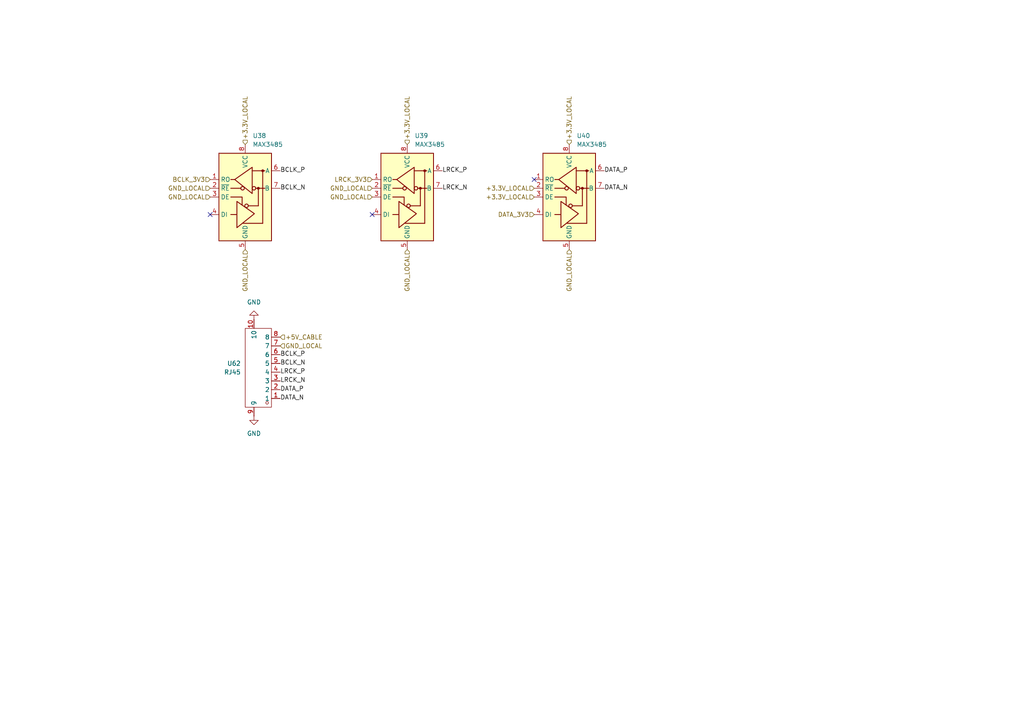
<source format=kicad_sch>
(kicad_sch (version 20250114) (generator "eeschema") (generator_version "9.0")
  (paper "A4")
  (lib_symbols
    (symbol "Connector:HC-RJ45-055-4"
      (property "Reference" "U" (at 0 0 0))
      (symbol "HC-RJ45-055-4_1_0"
        (rectangle (start -2.54 -10.16) (end 5.08 12.7))
        (circle (center -1.27 11.43) (radius 0.381))
        (pin bidirectional line (at -5.08 10.16 0) (length 2.54) (name "1") (number "1"))
        (pin bidirectional line (at -5.08 7.62 0) (length 2.54) (name "2") (number "2"))
        (pin bidirectional line (at -5.08 5.08 0) (length 2.54) (name "3") (number "3"))
        (pin bidirectional line (at -5.08 2.54 0) (length 2.54) (name "4") (number "4"))
        (pin bidirectional line (at -5.08 0 0) (length 2.54) (name "5") (number "5"))
        (pin bidirectional line (at -5.08 -2.54 0) (length 2.54) (name "6") (number "6"))
        (pin power_in line (at -5.08 -5.08 0) (length 2.54) (name "7") (number "7"))
        (pin power_in line (at -5.08 -7.62 0) (length 2.54) (name "8") (number "8"))
        (pin power_in line (at 2.54 15.24 270) (length 2.54) (name "9") (number "9"))
        (pin power_in line (at 2.54 -12.7 90) (length 2.54) (name "10") (number "10"))
      )
    )
    (symbol "Interface_UART:MAX3485"
      (property "Reference" "U" (at -6.985 13.97 0))
      (property "Value" "MAX3485" (at 1.905 13.97 0))
      (symbol "MAX3485_0_1"
        (rectangle (start -7.62 12.7) (end 7.62 -12.7) (stroke (width 0.254)) (fill (type background)))
        (polyline (pts (xy -4.191 2.54) (xy -1.27 2.54)) (stroke (width 0.254)))
        (polyline (pts (xy -4.191 0) (xy -0.889 0) (xy -0.889 -2.286)) (stroke (width 0.254)))
        (polyline (pts (xy -3.175 5.08) (xy -4.191 5.08) (xy -4.064 5.08)) (stroke (width 0.254)))
        (polyline (pts (xy -2.54 -5.08) (xy -4.191 -5.08)) (stroke (width 0.254)))
        (polyline (pts (xy -2.413 -5.08) (xy -2.413 -1.27) (xy 2.667 -4.826) (xy -2.413 -8.89) (xy -2.413 -5.08)) (stroke (width 0.254)))
        (polyline (pts (xy -0.635 -7.62) (xy 5.08 -7.62)) (stroke (width 0.254)))
        (circle (center 0.381 -2.54) (radius 0.508) (stroke (width 0.254)))
        (polyline (pts (xy 0.889 -2.54) (xy 3.81 -2.54)) (stroke (width 0.254)))
        (polyline (pts (xy 2.032 7.62) (xy 5.715 7.62)) (stroke (width 0.254)))
        (polyline (pts (xy 3.048 2.54) (xy 5.715 2.54)) (stroke (width 0.254)))
        (circle (center 3.81 2.54) (radius 0.2794) (stroke (width 0.254)) (fill (type outline)))
        (polyline (pts (xy 3.81 -2.54) (xy 3.81 2.54)) (stroke (width 0.254)))
        (polyline (pts (xy 5.08 -7.62) (xy 5.08 7.62)) (stroke (width 0.254)))
      )
      (symbol "MAX3485_1_1"
        (circle (center -0.762 2.54) (radius 0.508) (stroke (width 0.254)))
        (polyline (pts (xy 2.032 4.826) (xy 2.032 8.636) (xy -3.048 5.08) (xy 2.032 1.016) (xy 2.032 4.826)) (stroke (width 0.254)))
        (circle (center 2.54 2.54) (radius 0.508) (stroke (width 0.254)))
        (circle (center 5.08 7.62) (radius 0.2794) (stroke (width 0.254)) (fill (type outline)))
        (pin output line (at -10.16 5.08 0) (length 2.54) (name "RO") (number "1"))
        (pin input line (at -10.16 2.54 0) (length 2.54) (name "~{RE}") (number "2"))
        (pin input line (at -10.16 0 0) (length 2.54) (name "DE") (number "3"))
        (pin input line (at -10.16 -5.08 0) (length 2.54) (name "DI") (number "4"))
        (pin power_in line (at 0 15.24 270) (length 2.54) (name "VCC") (number "8"))
        (pin power_in line (at 0 -15.24 90) (length 2.54) (name "GND") (number "5"))
        (pin bidirectional line (at 10.16 7.62 180) (length 2.54) (name "A") (number "6"))
        (pin bidirectional line (at 10.16 2.54 180) (length 2.54) (name "B") (number "7"))
      )
    )
    (symbol "power:GND" (power) (pin_numbers (hide yes)) (pin_names (offset 0) (hide yes))
      (property "Value" "GND" (at 0 -3.81 0))
      (symbol "GND_0_1"
        (polyline (pts (xy 0 0) (xy 0 -1.27) (xy 1.27 -1.27) (xy 0 -2.54) (xy -1.27 -1.27) (xy 0 -1.27)))
      )
      (symbol "GND_1_1"
        (pin power_in line (at 0 0 270) (length 0) (name "~") (number "1"))
      )
    )
  )
  (no_connect (at 60.96 62.23))
  (no_connect (at 154.94 52.07))
  (no_connect (at 107.95 62.23))
  (label "DATA_P" (at 81.28 113.03 0))
  (label "BCLK_N" (at 81.28 105.41 0))
  (label "DATA_P" (at 175.26 49.53 0))
  (label "BCLK_P" (at 81.28 102.87 0))
  (label "BCLK_N" (at 81.28 54.61 0))
  (label "BCLK_P" (at 81.28 49.53 0))
  (label "LRCK_P" (at 81.28 107.95 0))
  (label "LRCK_N" (at 81.28 110.49 0))
  (label "LRCK_N" (at 128.27 54.61 0))
  (label "DATA_N" (at 81.28 115.57 0))
  (label "LRCK_P" (at 128.27 49.53 0))
  (label "DATA_N" (at 175.26 54.61 0))
  (hierarchical_label "+5V_CABLE" (shape input) (at 81.28 97.79 0))
  (hierarchical_label "LRCK_3V3" (shape input) (at 107.95 52.07 180))
  (hierarchical_label "+3.3V_LOCAL" (shape input) (at 118.11 41.91 90))
  (hierarchical_label "GND_LOCAL" (shape input) (at 165.1 72.39 270))
  (hierarchical_label "GND_LOCAL" (shape input) (at 107.95 54.61 180))
  (hierarchical_label "DATA_3V3" (shape input) (at 154.94 62.23 180))
  (hierarchical_label "+3.3V_LOCAL" (shape input) (at 71.12 41.91 90))
  (hierarchical_label "+3.3V_LOCAL" (shape input) (at 154.94 54.61 180))
  (hierarchical_label "+3.3V_LOCAL" (shape input) (at 165.1 41.91 90))
  (hierarchical_label "GND_LOCAL" (shape input) (at 60.96 57.15 180))
  (hierarchical_label "GND_LOCAL" (shape input) (at 107.95 57.15 180))
  (hierarchical_label "+3.3V_LOCAL" (shape input) (at 154.94 57.15 180))
  (hierarchical_label "GND_LOCAL" (shape input) (at 60.96 54.61 180))
  (hierarchical_label "GND_LOCAL" (shape input) (at 81.28 100.33 0))
  (hierarchical_label "BCLK_3V3" (shape input) (at 60.96 52.07 180))
  (hierarchical_label "GND_LOCAL" (shape input) (at 118.11 72.39 270))
  (hierarchical_label "GND_LOCAL" (shape input) (at 71.12 72.39 270))
  (symbol (lib_id "Interface_UART:MAX3485") (at 165.1 57.15 0) (unit 1)
    (property "Reference" "U28" (at 167.2433 39.37 0) (effects (justify left)))
    (property "Value" "MAX3485" (at 167.2433 41.91 0) (effects (justify left)))
    (property "Footprint" "Package_SO:SOIC-8_3.9x4.9mm_P1.27mm" (effects (hide yes)))
    (property "Datasheet" "https://datasheets.maximintegrated.com/en/ds/MAX3483-MAX3491.pdf" (effects (hide yes)))
    (property "Description" "True RS-485/RS-422, 10Mbps, Slew-Rate Limited, with low-power shutdown, with receiver/driver enable, 32 receiver drive capacitity, DIP-8 and SOIC-8" (effects (hide yes)))
    (instances (project "AEC_Speaker_Mic_System" (path "" (reference "U40") (unit 1)) (path "" (reference "U28") (unit 1)) (path "" (reference "U47") (unit 1)) (path "" (reference "U54") (unit 1)) (path "" (reference "U34") (unit 1)) (path "" (reference "U25") (unit 1))))
  )
  (symbol (lib_id "Connector:HC-RJ45-055-4") (at 76.2 105.41 180) (unit 1)
    (property "Reference" "U59" (at 69.85 105.4099 0) (effects (justify left)))
    (property "Value" "RJ45" (at 69.85 107.9499 0) (effects (justify left)))
    (property "Footprint" "Connector:RJ45-SMD_HC-RJ45-055-4_2" (effects (hide yes)))
    (property "Datasheet" "https://item.szlcsc.com/datasheet/HC-RJ45-055-4/3480994.html" (effects (hide yes)))
    (property "Description" "Connector Type:RJ45 Jack Mounting Type:Recessed Mount Number of Ports:1 LED:Non-LED Shielding:Shielded Contact Material:Phosphor Bronze Contact Plating:Gold Operating Temperature:-40°C~+85°C Operating Temperature:-40°C~+85°C" (effects (hide yes)))
    (property "Manufacturer Part" "HC-RJ45-055-4" (effects (hide yes)))
    (property "Manufacturer" "HCTL(华灿天禄)" (effects (hide yes)))
    (property "Supplier Part" "C3000211" (effects (hide yes)))
    (property "Supplier" "LCSC" (effects (hide yes)))
    (property "LCSC Part Name" "沉板 不带LED" (effects (hide yes)))
    (instances (project "" (path "" (reference "U62") (unit 1)) (path "" (reference "U59") (unit 1)) (path "" (reference "U63") (unit 1)) (path "" (reference "U64") (unit 1)) (path "" (reference "U61") (unit 1)) (path "" (reference "U60") (unit 1))))
  )
  (symbol (lib_id "power:GND") (at 73.66 120.65 0) (unit 1)
    (property "Reference" "#PWR0439" (effects (hide yes)))
    (property "Value" "GND" (at 73.66 125.73 0))
    (property "Description" "Power symbol creates a global label with name \"GND\" , ground" (effects (hide yes)))
    (instances (project "" (path "" (reference "#PWR0443") (unit 1)) (path "" (reference "#PWR0439") (unit 1)) (path "" (reference "#PWR0444") (unit 1)) (path "" (reference "#PWR0445") (unit 1)) (path "" (reference "#PWR0442") (unit 1)) (path "" (reference "#PWR0440") (unit 1))))
  )
  (symbol (lib_id "Interface_UART:MAX3485") (at 118.11 57.15 0) (unit 1)
    (property "Reference" "U27" (at 120.2533 39.37 0) (effects (justify left)))
    (property "Value" "MAX3485" (at 120.2533 41.91 0) (effects (justify left)))
    (property "Footprint" "Package_SO:SOIC-8_3.9x4.9mm_P1.27mm" (effects (hide yes)))
    (property "Datasheet" "https://datasheets.maximintegrated.com/en/ds/MAX3483-MAX3491.pdf" (effects (hide yes)))
    (property "Description" "True RS-485/RS-422, 10Mbps, Slew-Rate Limited, with low-power shutdown, with receiver/driver enable, 32 receiver drive capacitity, DIP-8 and SOIC-8" (effects (hide yes)))
    (instances (project "AEC_Speaker_Mic_System" (path "" (reference "U39") (unit 1)) (path "" (reference "U27") (unit 1)) (path "" (reference "U46") (unit 1)) (path "" (reference "U53") (unit 1)) (path "" (reference "U33") (unit 1)) (path "" (reference "U24") (unit 1))))
  )
  (symbol (lib_id "Interface_UART:MAX3485") (at 71.12 57.15 0) (unit 1)
    (property "Reference" "U26" (at 73.2633 39.37 0) (effects (justify left)))
    (property "Value" "MAX3485" (at 73.2633 41.91 0) (effects (justify left)))
    (property "Footprint" "Package_SO:SOIC-8_3.9x4.9mm_P1.27mm" (effects (hide yes)))
    (property "Datasheet" "https://datasheets.maximintegrated.com/en/ds/MAX3483-MAX3491.pdf" (effects (hide yes)))
    (property "Description" "True RS-485/RS-422, 10Mbps, Slew-Rate Limited, with low-power shutdown, with receiver/driver enable, 32 receiver drive capacitity, DIP-8 and SOIC-8" (effects (hide yes)))
    (instances (project "" (path "" (reference "U38") (unit 1)) (path "" (reference "U26") (unit 1)) (path "" (reference "U45") (unit 1)) (path "" (reference "U51") (unit 1)) (path "" (reference "U32") (unit 1)) (path "" (reference "U23") (unit 1))))
  )
  (symbol (lib_id "power:GND") (at 73.66 92.71 180) (unit 1)
    (property "Reference" "#PWR0449" (effects (hide yes)))
    (property "Value" "GND" (at 73.66 87.63 0))
    (property "Description" "Power symbol creates a global label with name \"GND\" , ground" (effects (hide yes)))
    (instances (project "" (path "" (reference "#PWR0452") (unit 1)) (path "" (reference "#PWR0449") (unit 1)) (path "" (reference "#PWR0459") (unit 1)) (path "" (reference "#PWR0460") (unit 1)) (path "" (reference "#PWR0451") (unit 1)) (path "" (reference "#PWR0450") (unit 1))))
  )
)
</source>
